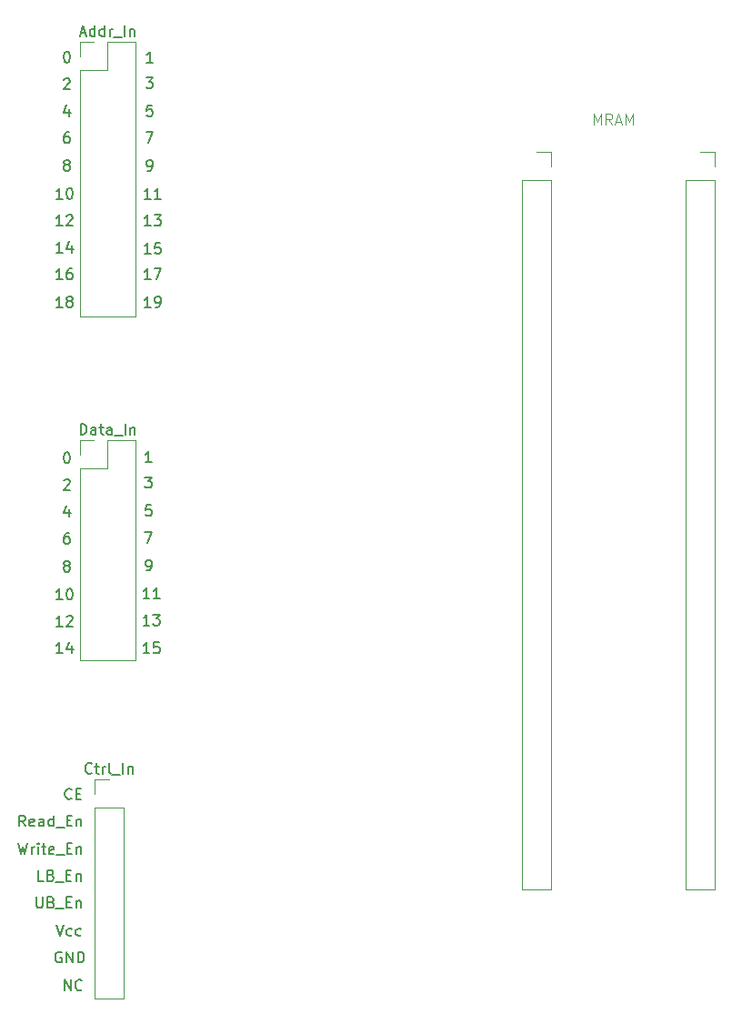
<source format=gbr>
%TF.GenerationSoftware,KiCad,Pcbnew,8.0.4*%
%TF.CreationDate,2024-09-23T22:15:34+08:00*%
%TF.ProjectId,Passive PCB,50617373-6976-4652-9050-43422e6b6963,rev?*%
%TF.SameCoordinates,Original*%
%TF.FileFunction,Legend,Top*%
%TF.FilePolarity,Positive*%
%FSLAX46Y46*%
G04 Gerber Fmt 4.6, Leading zero omitted, Abs format (unit mm)*
G04 Created by KiCad (PCBNEW 8.0.4) date 2024-09-23 22:15:34*
%MOMM*%
%LPD*%
G01*
G04 APERTURE LIST*
%ADD10C,0.150000*%
%ADD11C,0.100000*%
%ADD12C,0.120000*%
G04 APERTURE END LIST*
D10*
X129084398Y-67969819D02*
X129274874Y-67969819D01*
X129274874Y-67969819D02*
X129370112Y-67922200D01*
X129370112Y-67922200D02*
X129417731Y-67874580D01*
X129417731Y-67874580D02*
X129512969Y-67731723D01*
X129512969Y-67731723D02*
X129560588Y-67541247D01*
X129560588Y-67541247D02*
X129560588Y-67160295D01*
X129560588Y-67160295D02*
X129512969Y-67065057D01*
X129512969Y-67065057D02*
X129465350Y-67017438D01*
X129465350Y-67017438D02*
X129370112Y-66969819D01*
X129370112Y-66969819D02*
X129179636Y-66969819D01*
X129179636Y-66969819D02*
X129084398Y-67017438D01*
X129084398Y-67017438D02*
X129036779Y-67065057D01*
X129036779Y-67065057D02*
X128989160Y-67160295D01*
X128989160Y-67160295D02*
X128989160Y-67398390D01*
X128989160Y-67398390D02*
X129036779Y-67493628D01*
X129036779Y-67493628D02*
X129084398Y-67541247D01*
X129084398Y-67541247D02*
X129179636Y-67588866D01*
X129179636Y-67588866D02*
X129370112Y-67588866D01*
X129370112Y-67588866D02*
X129465350Y-67541247D01*
X129465350Y-67541247D02*
X129512969Y-67493628D01*
X129512969Y-67493628D02*
X129560588Y-67398390D01*
X129360588Y-75669819D02*
X128789160Y-75669819D01*
X129074874Y-75669819D02*
X129074874Y-74669819D01*
X129074874Y-74669819D02*
X128979636Y-74812676D01*
X128979636Y-74812676D02*
X128884398Y-74907914D01*
X128884398Y-74907914D02*
X128789160Y-74955533D01*
X130265350Y-74669819D02*
X129789160Y-74669819D01*
X129789160Y-74669819D02*
X129741541Y-75146009D01*
X129741541Y-75146009D02*
X129789160Y-75098390D01*
X129789160Y-75098390D02*
X129884398Y-75050771D01*
X129884398Y-75050771D02*
X130122493Y-75050771D01*
X130122493Y-75050771D02*
X130217731Y-75098390D01*
X130217731Y-75098390D02*
X130265350Y-75146009D01*
X130265350Y-75146009D02*
X130312969Y-75241247D01*
X130312969Y-75241247D02*
X130312969Y-75479342D01*
X130312969Y-75479342D02*
X130265350Y-75574580D01*
X130265350Y-75574580D02*
X130217731Y-75622200D01*
X130217731Y-75622200D02*
X130122493Y-75669819D01*
X130122493Y-75669819D02*
X129884398Y-75669819D01*
X129884398Y-75669819D02*
X129789160Y-75622200D01*
X129789160Y-75622200D02*
X129741541Y-75574580D01*
X121765350Y-99503152D02*
X121765350Y-100169819D01*
X121527255Y-99122200D02*
X121289160Y-99836485D01*
X121289160Y-99836485D02*
X121908207Y-99836485D01*
X129260588Y-110269819D02*
X128689160Y-110269819D01*
X128974874Y-110269819D02*
X128974874Y-109269819D01*
X128974874Y-109269819D02*
X128879636Y-109412676D01*
X128879636Y-109412676D02*
X128784398Y-109507914D01*
X128784398Y-109507914D02*
X128689160Y-109555533D01*
X129593922Y-109269819D02*
X130212969Y-109269819D01*
X130212969Y-109269819D02*
X129879636Y-109650771D01*
X129879636Y-109650771D02*
X130022493Y-109650771D01*
X130022493Y-109650771D02*
X130117731Y-109698390D01*
X130117731Y-109698390D02*
X130165350Y-109746009D01*
X130165350Y-109746009D02*
X130212969Y-109841247D01*
X130212969Y-109841247D02*
X130212969Y-110079342D01*
X130212969Y-110079342D02*
X130165350Y-110174580D01*
X130165350Y-110174580D02*
X130117731Y-110222200D01*
X130117731Y-110222200D02*
X130022493Y-110269819D01*
X130022493Y-110269819D02*
X129736779Y-110269819D01*
X129736779Y-110269819D02*
X129641541Y-110222200D01*
X129641541Y-110222200D02*
X129593922Y-110174580D01*
X128841541Y-101569819D02*
X129508207Y-101569819D01*
X129508207Y-101569819D02*
X129079636Y-102569819D01*
X129360588Y-73069819D02*
X128789160Y-73069819D01*
X129074874Y-73069819D02*
X129074874Y-72069819D01*
X129074874Y-72069819D02*
X128979636Y-72212676D01*
X128979636Y-72212676D02*
X128884398Y-72307914D01*
X128884398Y-72307914D02*
X128789160Y-72355533D01*
X129693922Y-72069819D02*
X130312969Y-72069819D01*
X130312969Y-72069819D02*
X129979636Y-72450771D01*
X129979636Y-72450771D02*
X130122493Y-72450771D01*
X130122493Y-72450771D02*
X130217731Y-72498390D01*
X130217731Y-72498390D02*
X130265350Y-72546009D01*
X130265350Y-72546009D02*
X130312969Y-72641247D01*
X130312969Y-72641247D02*
X130312969Y-72879342D01*
X130312969Y-72879342D02*
X130265350Y-72974580D01*
X130265350Y-72974580D02*
X130217731Y-73022200D01*
X130217731Y-73022200D02*
X130122493Y-73069819D01*
X130122493Y-73069819D02*
X129836779Y-73069819D01*
X129836779Y-73069819D02*
X129741541Y-73022200D01*
X129741541Y-73022200D02*
X129693922Y-72974580D01*
X121160588Y-73069819D02*
X120589160Y-73069819D01*
X120874874Y-73069819D02*
X120874874Y-72069819D01*
X120874874Y-72069819D02*
X120779636Y-72212676D01*
X120779636Y-72212676D02*
X120684398Y-72307914D01*
X120684398Y-72307914D02*
X120589160Y-72355533D01*
X121541541Y-72165057D02*
X121589160Y-72117438D01*
X121589160Y-72117438D02*
X121684398Y-72069819D01*
X121684398Y-72069819D02*
X121922493Y-72069819D01*
X121922493Y-72069819D02*
X122017731Y-72117438D01*
X122017731Y-72117438D02*
X122065350Y-72165057D01*
X122065350Y-72165057D02*
X122112969Y-72260295D01*
X122112969Y-72260295D02*
X122112969Y-72355533D01*
X122112969Y-72355533D02*
X122065350Y-72498390D01*
X122065350Y-72498390D02*
X121493922Y-73069819D01*
X121493922Y-73069819D02*
X122112969Y-73069819D01*
X121765350Y-62203152D02*
X121765350Y-62869819D01*
X121527255Y-61822200D02*
X121289160Y-62536485D01*
X121289160Y-62536485D02*
X121908207Y-62536485D01*
X121160588Y-78069819D02*
X120589160Y-78069819D01*
X120874874Y-78069819D02*
X120874874Y-77069819D01*
X120874874Y-77069819D02*
X120779636Y-77212676D01*
X120779636Y-77212676D02*
X120684398Y-77307914D01*
X120684398Y-77307914D02*
X120589160Y-77355533D01*
X122017731Y-77069819D02*
X121827255Y-77069819D01*
X121827255Y-77069819D02*
X121732017Y-77117438D01*
X121732017Y-77117438D02*
X121684398Y-77165057D01*
X121684398Y-77165057D02*
X121589160Y-77307914D01*
X121589160Y-77307914D02*
X121541541Y-77498390D01*
X121541541Y-77498390D02*
X121541541Y-77879342D01*
X121541541Y-77879342D02*
X121589160Y-77974580D01*
X121589160Y-77974580D02*
X121636779Y-78022200D01*
X121636779Y-78022200D02*
X121732017Y-78069819D01*
X121732017Y-78069819D02*
X121922493Y-78069819D01*
X121922493Y-78069819D02*
X122017731Y-78022200D01*
X122017731Y-78022200D02*
X122065350Y-77974580D01*
X122065350Y-77974580D02*
X122112969Y-77879342D01*
X122112969Y-77879342D02*
X122112969Y-77641247D01*
X122112969Y-77641247D02*
X122065350Y-77546009D01*
X122065350Y-77546009D02*
X122017731Y-77498390D01*
X122017731Y-77498390D02*
X121922493Y-77450771D01*
X121922493Y-77450771D02*
X121732017Y-77450771D01*
X121732017Y-77450771D02*
X121636779Y-77498390D01*
X121636779Y-77498390D02*
X121589160Y-77546009D01*
X121589160Y-77546009D02*
X121541541Y-77641247D01*
X129560588Y-57869819D02*
X128989160Y-57869819D01*
X129274874Y-57869819D02*
X129274874Y-56869819D01*
X129274874Y-56869819D02*
X129179636Y-57012676D01*
X129179636Y-57012676D02*
X129084398Y-57107914D01*
X129084398Y-57107914D02*
X128989160Y-57155533D01*
X129260588Y-112869819D02*
X128689160Y-112869819D01*
X128974874Y-112869819D02*
X128974874Y-111869819D01*
X128974874Y-111869819D02*
X128879636Y-112012676D01*
X128879636Y-112012676D02*
X128784398Y-112107914D01*
X128784398Y-112107914D02*
X128689160Y-112155533D01*
X130165350Y-111869819D02*
X129689160Y-111869819D01*
X129689160Y-111869819D02*
X129641541Y-112346009D01*
X129641541Y-112346009D02*
X129689160Y-112298390D01*
X129689160Y-112298390D02*
X129784398Y-112250771D01*
X129784398Y-112250771D02*
X130022493Y-112250771D01*
X130022493Y-112250771D02*
X130117731Y-112298390D01*
X130117731Y-112298390D02*
X130165350Y-112346009D01*
X130165350Y-112346009D02*
X130212969Y-112441247D01*
X130212969Y-112441247D02*
X130212969Y-112679342D01*
X130212969Y-112679342D02*
X130165350Y-112774580D01*
X130165350Y-112774580D02*
X130117731Y-112822200D01*
X130117731Y-112822200D02*
X130022493Y-112869819D01*
X130022493Y-112869819D02*
X129784398Y-112869819D01*
X129784398Y-112869819D02*
X129689160Y-112822200D01*
X129689160Y-112822200D02*
X129641541Y-112774580D01*
X121336779Y-144269819D02*
X121336779Y-143269819D01*
X121336779Y-143269819D02*
X121908207Y-144269819D01*
X121908207Y-144269819D02*
X121908207Y-143269819D01*
X122955826Y-144174580D02*
X122908207Y-144222200D01*
X122908207Y-144222200D02*
X122765350Y-144269819D01*
X122765350Y-144269819D02*
X122670112Y-144269819D01*
X122670112Y-144269819D02*
X122527255Y-144222200D01*
X122527255Y-144222200D02*
X122432017Y-144126961D01*
X122432017Y-144126961D02*
X122384398Y-144031723D01*
X122384398Y-144031723D02*
X122336779Y-143841247D01*
X122336779Y-143841247D02*
X122336779Y-143698390D01*
X122336779Y-143698390D02*
X122384398Y-143507914D01*
X122384398Y-143507914D02*
X122432017Y-143412676D01*
X122432017Y-143412676D02*
X122527255Y-143317438D01*
X122527255Y-143317438D02*
X122670112Y-143269819D01*
X122670112Y-143269819D02*
X122765350Y-143269819D01*
X122765350Y-143269819D02*
X122908207Y-143317438D01*
X122908207Y-143317438D02*
X122955826Y-143365057D01*
X128841541Y-96469819D02*
X129460588Y-96469819D01*
X129460588Y-96469819D02*
X129127255Y-96850771D01*
X129127255Y-96850771D02*
X129270112Y-96850771D01*
X129270112Y-96850771D02*
X129365350Y-96898390D01*
X129365350Y-96898390D02*
X129412969Y-96946009D01*
X129412969Y-96946009D02*
X129460588Y-97041247D01*
X129460588Y-97041247D02*
X129460588Y-97279342D01*
X129460588Y-97279342D02*
X129412969Y-97374580D01*
X129412969Y-97374580D02*
X129365350Y-97422200D01*
X129365350Y-97422200D02*
X129270112Y-97469819D01*
X129270112Y-97469819D02*
X128984398Y-97469819D01*
X128984398Y-97469819D02*
X128889160Y-97422200D01*
X128889160Y-97422200D02*
X128841541Y-97374580D01*
X120593922Y-138169819D02*
X120927255Y-139169819D01*
X120927255Y-139169819D02*
X121260588Y-138169819D01*
X122022493Y-139122200D02*
X121927255Y-139169819D01*
X121927255Y-139169819D02*
X121736779Y-139169819D01*
X121736779Y-139169819D02*
X121641541Y-139122200D01*
X121641541Y-139122200D02*
X121593922Y-139074580D01*
X121593922Y-139074580D02*
X121546303Y-138979342D01*
X121546303Y-138979342D02*
X121546303Y-138693628D01*
X121546303Y-138693628D02*
X121593922Y-138598390D01*
X121593922Y-138598390D02*
X121641541Y-138550771D01*
X121641541Y-138550771D02*
X121736779Y-138503152D01*
X121736779Y-138503152D02*
X121927255Y-138503152D01*
X121927255Y-138503152D02*
X122022493Y-138550771D01*
X122879636Y-139122200D02*
X122784398Y-139169819D01*
X122784398Y-139169819D02*
X122593922Y-139169819D01*
X122593922Y-139169819D02*
X122498684Y-139122200D01*
X122498684Y-139122200D02*
X122451065Y-139074580D01*
X122451065Y-139074580D02*
X122403446Y-138979342D01*
X122403446Y-138979342D02*
X122403446Y-138693628D01*
X122403446Y-138693628D02*
X122451065Y-138598390D01*
X122451065Y-138598390D02*
X122498684Y-138550771D01*
X122498684Y-138550771D02*
X122593922Y-138503152D01*
X122593922Y-138503152D02*
X122784398Y-138503152D01*
X122784398Y-138503152D02*
X122879636Y-138550771D01*
X121160588Y-107869819D02*
X120589160Y-107869819D01*
X120874874Y-107869819D02*
X120874874Y-106869819D01*
X120874874Y-106869819D02*
X120779636Y-107012676D01*
X120779636Y-107012676D02*
X120684398Y-107107914D01*
X120684398Y-107107914D02*
X120589160Y-107155533D01*
X121779636Y-106869819D02*
X121874874Y-106869819D01*
X121874874Y-106869819D02*
X121970112Y-106917438D01*
X121970112Y-106917438D02*
X122017731Y-106965057D01*
X122017731Y-106965057D02*
X122065350Y-107060295D01*
X122065350Y-107060295D02*
X122112969Y-107250771D01*
X122112969Y-107250771D02*
X122112969Y-107488866D01*
X122112969Y-107488866D02*
X122065350Y-107679342D01*
X122065350Y-107679342D02*
X122017731Y-107774580D01*
X122017731Y-107774580D02*
X121970112Y-107822200D01*
X121970112Y-107822200D02*
X121874874Y-107869819D01*
X121874874Y-107869819D02*
X121779636Y-107869819D01*
X121779636Y-107869819D02*
X121684398Y-107822200D01*
X121684398Y-107822200D02*
X121636779Y-107774580D01*
X121636779Y-107774580D02*
X121589160Y-107679342D01*
X121589160Y-107679342D02*
X121541541Y-107488866D01*
X121541541Y-107488866D02*
X121541541Y-107250771D01*
X121541541Y-107250771D02*
X121589160Y-107060295D01*
X121589160Y-107060295D02*
X121636779Y-106965057D01*
X121636779Y-106965057D02*
X121684398Y-106917438D01*
X121684398Y-106917438D02*
X121779636Y-106869819D01*
X121527255Y-94169819D02*
X121622493Y-94169819D01*
X121622493Y-94169819D02*
X121717731Y-94217438D01*
X121717731Y-94217438D02*
X121765350Y-94265057D01*
X121765350Y-94265057D02*
X121812969Y-94360295D01*
X121812969Y-94360295D02*
X121860588Y-94550771D01*
X121860588Y-94550771D02*
X121860588Y-94788866D01*
X121860588Y-94788866D02*
X121812969Y-94979342D01*
X121812969Y-94979342D02*
X121765350Y-95074580D01*
X121765350Y-95074580D02*
X121717731Y-95122200D01*
X121717731Y-95122200D02*
X121622493Y-95169819D01*
X121622493Y-95169819D02*
X121527255Y-95169819D01*
X121527255Y-95169819D02*
X121432017Y-95122200D01*
X121432017Y-95122200D02*
X121384398Y-95074580D01*
X121384398Y-95074580D02*
X121336779Y-94979342D01*
X121336779Y-94979342D02*
X121289160Y-94788866D01*
X121289160Y-94788866D02*
X121289160Y-94550771D01*
X121289160Y-94550771D02*
X121336779Y-94360295D01*
X121336779Y-94360295D02*
X121384398Y-94265057D01*
X121384398Y-94265057D02*
X121432017Y-94217438D01*
X121432017Y-94217438D02*
X121527255Y-94169819D01*
X129360588Y-78069819D02*
X128789160Y-78069819D01*
X129074874Y-78069819D02*
X129074874Y-77069819D01*
X129074874Y-77069819D02*
X128979636Y-77212676D01*
X128979636Y-77212676D02*
X128884398Y-77307914D01*
X128884398Y-77307914D02*
X128789160Y-77355533D01*
X129693922Y-77069819D02*
X130360588Y-77069819D01*
X130360588Y-77069819D02*
X129932017Y-78069819D01*
X117708207Y-128969819D02*
X117374874Y-128493628D01*
X117136779Y-128969819D02*
X117136779Y-127969819D01*
X117136779Y-127969819D02*
X117517731Y-127969819D01*
X117517731Y-127969819D02*
X117612969Y-128017438D01*
X117612969Y-128017438D02*
X117660588Y-128065057D01*
X117660588Y-128065057D02*
X117708207Y-128160295D01*
X117708207Y-128160295D02*
X117708207Y-128303152D01*
X117708207Y-128303152D02*
X117660588Y-128398390D01*
X117660588Y-128398390D02*
X117612969Y-128446009D01*
X117612969Y-128446009D02*
X117517731Y-128493628D01*
X117517731Y-128493628D02*
X117136779Y-128493628D01*
X118517731Y-128922200D02*
X118422493Y-128969819D01*
X118422493Y-128969819D02*
X118232017Y-128969819D01*
X118232017Y-128969819D02*
X118136779Y-128922200D01*
X118136779Y-128922200D02*
X118089160Y-128826961D01*
X118089160Y-128826961D02*
X118089160Y-128446009D01*
X118089160Y-128446009D02*
X118136779Y-128350771D01*
X118136779Y-128350771D02*
X118232017Y-128303152D01*
X118232017Y-128303152D02*
X118422493Y-128303152D01*
X118422493Y-128303152D02*
X118517731Y-128350771D01*
X118517731Y-128350771D02*
X118565350Y-128446009D01*
X118565350Y-128446009D02*
X118565350Y-128541247D01*
X118565350Y-128541247D02*
X118089160Y-128636485D01*
X119422493Y-128969819D02*
X119422493Y-128446009D01*
X119422493Y-128446009D02*
X119374874Y-128350771D01*
X119374874Y-128350771D02*
X119279636Y-128303152D01*
X119279636Y-128303152D02*
X119089160Y-128303152D01*
X119089160Y-128303152D02*
X118993922Y-128350771D01*
X119422493Y-128922200D02*
X119327255Y-128969819D01*
X119327255Y-128969819D02*
X119089160Y-128969819D01*
X119089160Y-128969819D02*
X118993922Y-128922200D01*
X118993922Y-128922200D02*
X118946303Y-128826961D01*
X118946303Y-128826961D02*
X118946303Y-128731723D01*
X118946303Y-128731723D02*
X118993922Y-128636485D01*
X118993922Y-128636485D02*
X119089160Y-128588866D01*
X119089160Y-128588866D02*
X119327255Y-128588866D01*
X119327255Y-128588866D02*
X119422493Y-128541247D01*
X120327255Y-128969819D02*
X120327255Y-127969819D01*
X120327255Y-128922200D02*
X120232017Y-128969819D01*
X120232017Y-128969819D02*
X120041541Y-128969819D01*
X120041541Y-128969819D02*
X119946303Y-128922200D01*
X119946303Y-128922200D02*
X119898684Y-128874580D01*
X119898684Y-128874580D02*
X119851065Y-128779342D01*
X119851065Y-128779342D02*
X119851065Y-128493628D01*
X119851065Y-128493628D02*
X119898684Y-128398390D01*
X119898684Y-128398390D02*
X119946303Y-128350771D01*
X119946303Y-128350771D02*
X120041541Y-128303152D01*
X120041541Y-128303152D02*
X120232017Y-128303152D01*
X120232017Y-128303152D02*
X120327255Y-128350771D01*
X120565351Y-129065057D02*
X121327255Y-129065057D01*
X121565351Y-128446009D02*
X121898684Y-128446009D01*
X122041541Y-128969819D02*
X121565351Y-128969819D01*
X121565351Y-128969819D02*
X121565351Y-127969819D01*
X121565351Y-127969819D02*
X122041541Y-127969819D01*
X122470113Y-128303152D02*
X122470113Y-128969819D01*
X122470113Y-128398390D02*
X122517732Y-128350771D01*
X122517732Y-128350771D02*
X122612970Y-128303152D01*
X122612970Y-128303152D02*
X122755827Y-128303152D01*
X122755827Y-128303152D02*
X122851065Y-128350771D01*
X122851065Y-128350771D02*
X122898684Y-128446009D01*
X122898684Y-128446009D02*
X122898684Y-128969819D01*
X129360588Y-70569819D02*
X128789160Y-70569819D01*
X129074874Y-70569819D02*
X129074874Y-69569819D01*
X129074874Y-69569819D02*
X128979636Y-69712676D01*
X128979636Y-69712676D02*
X128884398Y-69807914D01*
X128884398Y-69807914D02*
X128789160Y-69855533D01*
X130312969Y-70569819D02*
X129741541Y-70569819D01*
X130027255Y-70569819D02*
X130027255Y-69569819D01*
X130027255Y-69569819D02*
X129932017Y-69712676D01*
X129932017Y-69712676D02*
X129836779Y-69807914D01*
X129836779Y-69807914D02*
X129741541Y-69855533D01*
X121060588Y-140717438D02*
X120965350Y-140669819D01*
X120965350Y-140669819D02*
X120822493Y-140669819D01*
X120822493Y-140669819D02*
X120679636Y-140717438D01*
X120679636Y-140717438D02*
X120584398Y-140812676D01*
X120584398Y-140812676D02*
X120536779Y-140907914D01*
X120536779Y-140907914D02*
X120489160Y-141098390D01*
X120489160Y-141098390D02*
X120489160Y-141241247D01*
X120489160Y-141241247D02*
X120536779Y-141431723D01*
X120536779Y-141431723D02*
X120584398Y-141526961D01*
X120584398Y-141526961D02*
X120679636Y-141622200D01*
X120679636Y-141622200D02*
X120822493Y-141669819D01*
X120822493Y-141669819D02*
X120917731Y-141669819D01*
X120917731Y-141669819D02*
X121060588Y-141622200D01*
X121060588Y-141622200D02*
X121108207Y-141574580D01*
X121108207Y-141574580D02*
X121108207Y-141241247D01*
X121108207Y-141241247D02*
X120917731Y-141241247D01*
X121536779Y-141669819D02*
X121536779Y-140669819D01*
X121536779Y-140669819D02*
X122108207Y-141669819D01*
X122108207Y-141669819D02*
X122108207Y-140669819D01*
X122584398Y-141669819D02*
X122584398Y-140669819D01*
X122584398Y-140669819D02*
X122822493Y-140669819D01*
X122822493Y-140669819D02*
X122965350Y-140717438D01*
X122965350Y-140717438D02*
X123060588Y-140812676D01*
X123060588Y-140812676D02*
X123108207Y-140907914D01*
X123108207Y-140907914D02*
X123155826Y-141098390D01*
X123155826Y-141098390D02*
X123155826Y-141241247D01*
X123155826Y-141241247D02*
X123108207Y-141431723D01*
X123108207Y-141431723D02*
X123060588Y-141526961D01*
X123060588Y-141526961D02*
X122965350Y-141622200D01*
X122965350Y-141622200D02*
X122822493Y-141669819D01*
X122822493Y-141669819D02*
X122584398Y-141669819D01*
X121160588Y-112869819D02*
X120589160Y-112869819D01*
X120874874Y-112869819D02*
X120874874Y-111869819D01*
X120874874Y-111869819D02*
X120779636Y-112012676D01*
X120779636Y-112012676D02*
X120684398Y-112107914D01*
X120684398Y-112107914D02*
X120589160Y-112155533D01*
X122017731Y-112203152D02*
X122017731Y-112869819D01*
X121779636Y-111822200D02*
X121541541Y-112536485D01*
X121541541Y-112536485D02*
X122160588Y-112536485D01*
X119412969Y-134069819D02*
X118936779Y-134069819D01*
X118936779Y-134069819D02*
X118936779Y-133069819D01*
X120079636Y-133546009D02*
X120222493Y-133593628D01*
X120222493Y-133593628D02*
X120270112Y-133641247D01*
X120270112Y-133641247D02*
X120317731Y-133736485D01*
X120317731Y-133736485D02*
X120317731Y-133879342D01*
X120317731Y-133879342D02*
X120270112Y-133974580D01*
X120270112Y-133974580D02*
X120222493Y-134022200D01*
X120222493Y-134022200D02*
X120127255Y-134069819D01*
X120127255Y-134069819D02*
X119746303Y-134069819D01*
X119746303Y-134069819D02*
X119746303Y-133069819D01*
X119746303Y-133069819D02*
X120079636Y-133069819D01*
X120079636Y-133069819D02*
X120174874Y-133117438D01*
X120174874Y-133117438D02*
X120222493Y-133165057D01*
X120222493Y-133165057D02*
X120270112Y-133260295D01*
X120270112Y-133260295D02*
X120270112Y-133355533D01*
X120270112Y-133355533D02*
X120222493Y-133450771D01*
X120222493Y-133450771D02*
X120174874Y-133498390D01*
X120174874Y-133498390D02*
X120079636Y-133546009D01*
X120079636Y-133546009D02*
X119746303Y-133546009D01*
X120508208Y-134165057D02*
X121270112Y-134165057D01*
X121508208Y-133546009D02*
X121841541Y-133546009D01*
X121984398Y-134069819D02*
X121508208Y-134069819D01*
X121508208Y-134069819D02*
X121508208Y-133069819D01*
X121508208Y-133069819D02*
X121984398Y-133069819D01*
X122412970Y-133403152D02*
X122412970Y-134069819D01*
X122412970Y-133498390D02*
X122460589Y-133450771D01*
X122460589Y-133450771D02*
X122555827Y-133403152D01*
X122555827Y-133403152D02*
X122698684Y-133403152D01*
X122698684Y-133403152D02*
X122793922Y-133450771D01*
X122793922Y-133450771D02*
X122841541Y-133546009D01*
X122841541Y-133546009D02*
X122841541Y-134069819D01*
X129260588Y-107769819D02*
X128689160Y-107769819D01*
X128974874Y-107769819D02*
X128974874Y-106769819D01*
X128974874Y-106769819D02*
X128879636Y-106912676D01*
X128879636Y-106912676D02*
X128784398Y-107007914D01*
X128784398Y-107007914D02*
X128689160Y-107055533D01*
X130212969Y-107769819D02*
X129641541Y-107769819D01*
X129927255Y-107769819D02*
X129927255Y-106769819D01*
X129927255Y-106769819D02*
X129832017Y-106912676D01*
X129832017Y-106912676D02*
X129736779Y-107007914D01*
X129736779Y-107007914D02*
X129641541Y-107055533D01*
X121765350Y-64369819D02*
X121574874Y-64369819D01*
X121574874Y-64369819D02*
X121479636Y-64417438D01*
X121479636Y-64417438D02*
X121432017Y-64465057D01*
X121432017Y-64465057D02*
X121336779Y-64607914D01*
X121336779Y-64607914D02*
X121289160Y-64798390D01*
X121289160Y-64798390D02*
X121289160Y-65179342D01*
X121289160Y-65179342D02*
X121336779Y-65274580D01*
X121336779Y-65274580D02*
X121384398Y-65322200D01*
X121384398Y-65322200D02*
X121479636Y-65369819D01*
X121479636Y-65369819D02*
X121670112Y-65369819D01*
X121670112Y-65369819D02*
X121765350Y-65322200D01*
X121765350Y-65322200D02*
X121812969Y-65274580D01*
X121812969Y-65274580D02*
X121860588Y-65179342D01*
X121860588Y-65179342D02*
X121860588Y-64941247D01*
X121860588Y-64941247D02*
X121812969Y-64846009D01*
X121812969Y-64846009D02*
X121765350Y-64798390D01*
X121765350Y-64798390D02*
X121670112Y-64750771D01*
X121670112Y-64750771D02*
X121479636Y-64750771D01*
X121479636Y-64750771D02*
X121384398Y-64798390D01*
X121384398Y-64798390D02*
X121336779Y-64846009D01*
X121336779Y-64846009D02*
X121289160Y-64941247D01*
X121160588Y-110369819D02*
X120589160Y-110369819D01*
X120874874Y-110369819D02*
X120874874Y-109369819D01*
X120874874Y-109369819D02*
X120779636Y-109512676D01*
X120779636Y-109512676D02*
X120684398Y-109607914D01*
X120684398Y-109607914D02*
X120589160Y-109655533D01*
X121541541Y-109465057D02*
X121589160Y-109417438D01*
X121589160Y-109417438D02*
X121684398Y-109369819D01*
X121684398Y-109369819D02*
X121922493Y-109369819D01*
X121922493Y-109369819D02*
X122017731Y-109417438D01*
X122017731Y-109417438D02*
X122065350Y-109465057D01*
X122065350Y-109465057D02*
X122112969Y-109560295D01*
X122112969Y-109560295D02*
X122112969Y-109655533D01*
X122112969Y-109655533D02*
X122065350Y-109798390D01*
X122065350Y-109798390D02*
X121493922Y-110369819D01*
X121493922Y-110369819D02*
X122112969Y-110369819D01*
X121479636Y-67398390D02*
X121384398Y-67350771D01*
X121384398Y-67350771D02*
X121336779Y-67303152D01*
X121336779Y-67303152D02*
X121289160Y-67207914D01*
X121289160Y-67207914D02*
X121289160Y-67160295D01*
X121289160Y-67160295D02*
X121336779Y-67065057D01*
X121336779Y-67065057D02*
X121384398Y-67017438D01*
X121384398Y-67017438D02*
X121479636Y-66969819D01*
X121479636Y-66969819D02*
X121670112Y-66969819D01*
X121670112Y-66969819D02*
X121765350Y-67017438D01*
X121765350Y-67017438D02*
X121812969Y-67065057D01*
X121812969Y-67065057D02*
X121860588Y-67160295D01*
X121860588Y-67160295D02*
X121860588Y-67207914D01*
X121860588Y-67207914D02*
X121812969Y-67303152D01*
X121812969Y-67303152D02*
X121765350Y-67350771D01*
X121765350Y-67350771D02*
X121670112Y-67398390D01*
X121670112Y-67398390D02*
X121479636Y-67398390D01*
X121479636Y-67398390D02*
X121384398Y-67446009D01*
X121384398Y-67446009D02*
X121336779Y-67493628D01*
X121336779Y-67493628D02*
X121289160Y-67588866D01*
X121289160Y-67588866D02*
X121289160Y-67779342D01*
X121289160Y-67779342D02*
X121336779Y-67874580D01*
X121336779Y-67874580D02*
X121384398Y-67922200D01*
X121384398Y-67922200D02*
X121479636Y-67969819D01*
X121479636Y-67969819D02*
X121670112Y-67969819D01*
X121670112Y-67969819D02*
X121765350Y-67922200D01*
X121765350Y-67922200D02*
X121812969Y-67874580D01*
X121812969Y-67874580D02*
X121860588Y-67779342D01*
X121860588Y-67779342D02*
X121860588Y-67588866D01*
X121860588Y-67588866D02*
X121812969Y-67493628D01*
X121812969Y-67493628D02*
X121765350Y-67446009D01*
X121765350Y-67446009D02*
X121670112Y-67398390D01*
X118736779Y-135569819D02*
X118736779Y-136379342D01*
X118736779Y-136379342D02*
X118784398Y-136474580D01*
X118784398Y-136474580D02*
X118832017Y-136522200D01*
X118832017Y-136522200D02*
X118927255Y-136569819D01*
X118927255Y-136569819D02*
X119117731Y-136569819D01*
X119117731Y-136569819D02*
X119212969Y-136522200D01*
X119212969Y-136522200D02*
X119260588Y-136474580D01*
X119260588Y-136474580D02*
X119308207Y-136379342D01*
X119308207Y-136379342D02*
X119308207Y-135569819D01*
X120117731Y-136046009D02*
X120260588Y-136093628D01*
X120260588Y-136093628D02*
X120308207Y-136141247D01*
X120308207Y-136141247D02*
X120355826Y-136236485D01*
X120355826Y-136236485D02*
X120355826Y-136379342D01*
X120355826Y-136379342D02*
X120308207Y-136474580D01*
X120308207Y-136474580D02*
X120260588Y-136522200D01*
X120260588Y-136522200D02*
X120165350Y-136569819D01*
X120165350Y-136569819D02*
X119784398Y-136569819D01*
X119784398Y-136569819D02*
X119784398Y-135569819D01*
X119784398Y-135569819D02*
X120117731Y-135569819D01*
X120117731Y-135569819D02*
X120212969Y-135617438D01*
X120212969Y-135617438D02*
X120260588Y-135665057D01*
X120260588Y-135665057D02*
X120308207Y-135760295D01*
X120308207Y-135760295D02*
X120308207Y-135855533D01*
X120308207Y-135855533D02*
X120260588Y-135950771D01*
X120260588Y-135950771D02*
X120212969Y-135998390D01*
X120212969Y-135998390D02*
X120117731Y-136046009D01*
X120117731Y-136046009D02*
X119784398Y-136046009D01*
X120546303Y-136665057D02*
X121308207Y-136665057D01*
X121546303Y-136046009D02*
X121879636Y-136046009D01*
X122022493Y-136569819D02*
X121546303Y-136569819D01*
X121546303Y-136569819D02*
X121546303Y-135569819D01*
X121546303Y-135569819D02*
X122022493Y-135569819D01*
X122451065Y-135903152D02*
X122451065Y-136569819D01*
X122451065Y-135998390D02*
X122498684Y-135950771D01*
X122498684Y-135950771D02*
X122593922Y-135903152D01*
X122593922Y-135903152D02*
X122736779Y-135903152D01*
X122736779Y-135903152D02*
X122832017Y-135950771D01*
X122832017Y-135950771D02*
X122879636Y-136046009D01*
X122879636Y-136046009D02*
X122879636Y-136569819D01*
X121289160Y-96765057D02*
X121336779Y-96717438D01*
X121336779Y-96717438D02*
X121432017Y-96669819D01*
X121432017Y-96669819D02*
X121670112Y-96669819D01*
X121670112Y-96669819D02*
X121765350Y-96717438D01*
X121765350Y-96717438D02*
X121812969Y-96765057D01*
X121812969Y-96765057D02*
X121860588Y-96860295D01*
X121860588Y-96860295D02*
X121860588Y-96955533D01*
X121860588Y-96955533D02*
X121812969Y-97098390D01*
X121812969Y-97098390D02*
X121241541Y-97669819D01*
X121241541Y-97669819D02*
X121860588Y-97669819D01*
X128984398Y-105169819D02*
X129174874Y-105169819D01*
X129174874Y-105169819D02*
X129270112Y-105122200D01*
X129270112Y-105122200D02*
X129317731Y-105074580D01*
X129317731Y-105074580D02*
X129412969Y-104931723D01*
X129412969Y-104931723D02*
X129460588Y-104741247D01*
X129460588Y-104741247D02*
X129460588Y-104360295D01*
X129460588Y-104360295D02*
X129412969Y-104265057D01*
X129412969Y-104265057D02*
X129365350Y-104217438D01*
X129365350Y-104217438D02*
X129270112Y-104169819D01*
X129270112Y-104169819D02*
X129079636Y-104169819D01*
X129079636Y-104169819D02*
X128984398Y-104217438D01*
X128984398Y-104217438D02*
X128936779Y-104265057D01*
X128936779Y-104265057D02*
X128889160Y-104360295D01*
X128889160Y-104360295D02*
X128889160Y-104598390D01*
X128889160Y-104598390D02*
X128936779Y-104693628D01*
X128936779Y-104693628D02*
X128984398Y-104741247D01*
X128984398Y-104741247D02*
X129079636Y-104788866D01*
X129079636Y-104788866D02*
X129270112Y-104788866D01*
X129270112Y-104788866D02*
X129365350Y-104741247D01*
X129365350Y-104741247D02*
X129412969Y-104693628D01*
X129412969Y-104693628D02*
X129460588Y-104598390D01*
X121160588Y-80669819D02*
X120589160Y-80669819D01*
X120874874Y-80669819D02*
X120874874Y-79669819D01*
X120874874Y-79669819D02*
X120779636Y-79812676D01*
X120779636Y-79812676D02*
X120684398Y-79907914D01*
X120684398Y-79907914D02*
X120589160Y-79955533D01*
X121732017Y-80098390D02*
X121636779Y-80050771D01*
X121636779Y-80050771D02*
X121589160Y-80003152D01*
X121589160Y-80003152D02*
X121541541Y-79907914D01*
X121541541Y-79907914D02*
X121541541Y-79860295D01*
X121541541Y-79860295D02*
X121589160Y-79765057D01*
X121589160Y-79765057D02*
X121636779Y-79717438D01*
X121636779Y-79717438D02*
X121732017Y-79669819D01*
X121732017Y-79669819D02*
X121922493Y-79669819D01*
X121922493Y-79669819D02*
X122017731Y-79717438D01*
X122017731Y-79717438D02*
X122065350Y-79765057D01*
X122065350Y-79765057D02*
X122112969Y-79860295D01*
X122112969Y-79860295D02*
X122112969Y-79907914D01*
X122112969Y-79907914D02*
X122065350Y-80003152D01*
X122065350Y-80003152D02*
X122017731Y-80050771D01*
X122017731Y-80050771D02*
X121922493Y-80098390D01*
X121922493Y-80098390D02*
X121732017Y-80098390D01*
X121732017Y-80098390D02*
X121636779Y-80146009D01*
X121636779Y-80146009D02*
X121589160Y-80193628D01*
X121589160Y-80193628D02*
X121541541Y-80288866D01*
X121541541Y-80288866D02*
X121541541Y-80479342D01*
X121541541Y-80479342D02*
X121589160Y-80574580D01*
X121589160Y-80574580D02*
X121636779Y-80622200D01*
X121636779Y-80622200D02*
X121732017Y-80669819D01*
X121732017Y-80669819D02*
X121922493Y-80669819D01*
X121922493Y-80669819D02*
X122017731Y-80622200D01*
X122017731Y-80622200D02*
X122065350Y-80574580D01*
X122065350Y-80574580D02*
X122112969Y-80479342D01*
X122112969Y-80479342D02*
X122112969Y-80288866D01*
X122112969Y-80288866D02*
X122065350Y-80193628D01*
X122065350Y-80193628D02*
X122017731Y-80146009D01*
X122017731Y-80146009D02*
X121922493Y-80098390D01*
X121527255Y-56869819D02*
X121622493Y-56869819D01*
X121622493Y-56869819D02*
X121717731Y-56917438D01*
X121717731Y-56917438D02*
X121765350Y-56965057D01*
X121765350Y-56965057D02*
X121812969Y-57060295D01*
X121812969Y-57060295D02*
X121860588Y-57250771D01*
X121860588Y-57250771D02*
X121860588Y-57488866D01*
X121860588Y-57488866D02*
X121812969Y-57679342D01*
X121812969Y-57679342D02*
X121765350Y-57774580D01*
X121765350Y-57774580D02*
X121717731Y-57822200D01*
X121717731Y-57822200D02*
X121622493Y-57869819D01*
X121622493Y-57869819D02*
X121527255Y-57869819D01*
X121527255Y-57869819D02*
X121432017Y-57822200D01*
X121432017Y-57822200D02*
X121384398Y-57774580D01*
X121384398Y-57774580D02*
X121336779Y-57679342D01*
X121336779Y-57679342D02*
X121289160Y-57488866D01*
X121289160Y-57488866D02*
X121289160Y-57250771D01*
X121289160Y-57250771D02*
X121336779Y-57060295D01*
X121336779Y-57060295D02*
X121384398Y-56965057D01*
X121384398Y-56965057D02*
X121432017Y-56917438D01*
X121432017Y-56917438D02*
X121527255Y-56869819D01*
X128941541Y-59269819D02*
X129560588Y-59269819D01*
X129560588Y-59269819D02*
X129227255Y-59650771D01*
X129227255Y-59650771D02*
X129370112Y-59650771D01*
X129370112Y-59650771D02*
X129465350Y-59698390D01*
X129465350Y-59698390D02*
X129512969Y-59746009D01*
X129512969Y-59746009D02*
X129560588Y-59841247D01*
X129560588Y-59841247D02*
X129560588Y-60079342D01*
X129560588Y-60079342D02*
X129512969Y-60174580D01*
X129512969Y-60174580D02*
X129465350Y-60222200D01*
X129465350Y-60222200D02*
X129370112Y-60269819D01*
X129370112Y-60269819D02*
X129084398Y-60269819D01*
X129084398Y-60269819D02*
X128989160Y-60222200D01*
X128989160Y-60222200D02*
X128941541Y-60174580D01*
X121160588Y-70569819D02*
X120589160Y-70569819D01*
X120874874Y-70569819D02*
X120874874Y-69569819D01*
X120874874Y-69569819D02*
X120779636Y-69712676D01*
X120779636Y-69712676D02*
X120684398Y-69807914D01*
X120684398Y-69807914D02*
X120589160Y-69855533D01*
X121779636Y-69569819D02*
X121874874Y-69569819D01*
X121874874Y-69569819D02*
X121970112Y-69617438D01*
X121970112Y-69617438D02*
X122017731Y-69665057D01*
X122017731Y-69665057D02*
X122065350Y-69760295D01*
X122065350Y-69760295D02*
X122112969Y-69950771D01*
X122112969Y-69950771D02*
X122112969Y-70188866D01*
X122112969Y-70188866D02*
X122065350Y-70379342D01*
X122065350Y-70379342D02*
X122017731Y-70474580D01*
X122017731Y-70474580D02*
X121970112Y-70522200D01*
X121970112Y-70522200D02*
X121874874Y-70569819D01*
X121874874Y-70569819D02*
X121779636Y-70569819D01*
X121779636Y-70569819D02*
X121684398Y-70522200D01*
X121684398Y-70522200D02*
X121636779Y-70474580D01*
X121636779Y-70474580D02*
X121589160Y-70379342D01*
X121589160Y-70379342D02*
X121541541Y-70188866D01*
X121541541Y-70188866D02*
X121541541Y-69950771D01*
X121541541Y-69950771D02*
X121589160Y-69760295D01*
X121589160Y-69760295D02*
X121636779Y-69665057D01*
X121636779Y-69665057D02*
X121684398Y-69617438D01*
X121684398Y-69617438D02*
X121779636Y-69569819D01*
X121160588Y-75569819D02*
X120589160Y-75569819D01*
X120874874Y-75569819D02*
X120874874Y-74569819D01*
X120874874Y-74569819D02*
X120779636Y-74712676D01*
X120779636Y-74712676D02*
X120684398Y-74807914D01*
X120684398Y-74807914D02*
X120589160Y-74855533D01*
X122017731Y-74903152D02*
X122017731Y-75569819D01*
X121779636Y-74522200D02*
X121541541Y-75236485D01*
X121541541Y-75236485D02*
X122160588Y-75236485D01*
X129460588Y-95069819D02*
X128889160Y-95069819D01*
X129174874Y-95069819D02*
X129174874Y-94069819D01*
X129174874Y-94069819D02*
X129079636Y-94212676D01*
X129079636Y-94212676D02*
X128984398Y-94307914D01*
X128984398Y-94307914D02*
X128889160Y-94355533D01*
X121765350Y-101669819D02*
X121574874Y-101669819D01*
X121574874Y-101669819D02*
X121479636Y-101717438D01*
X121479636Y-101717438D02*
X121432017Y-101765057D01*
X121432017Y-101765057D02*
X121336779Y-101907914D01*
X121336779Y-101907914D02*
X121289160Y-102098390D01*
X121289160Y-102098390D02*
X121289160Y-102479342D01*
X121289160Y-102479342D02*
X121336779Y-102574580D01*
X121336779Y-102574580D02*
X121384398Y-102622200D01*
X121384398Y-102622200D02*
X121479636Y-102669819D01*
X121479636Y-102669819D02*
X121670112Y-102669819D01*
X121670112Y-102669819D02*
X121765350Y-102622200D01*
X121765350Y-102622200D02*
X121812969Y-102574580D01*
X121812969Y-102574580D02*
X121860588Y-102479342D01*
X121860588Y-102479342D02*
X121860588Y-102241247D01*
X121860588Y-102241247D02*
X121812969Y-102146009D01*
X121812969Y-102146009D02*
X121765350Y-102098390D01*
X121765350Y-102098390D02*
X121670112Y-102050771D01*
X121670112Y-102050771D02*
X121479636Y-102050771D01*
X121479636Y-102050771D02*
X121384398Y-102098390D01*
X121384398Y-102098390D02*
X121336779Y-102146009D01*
X121336779Y-102146009D02*
X121289160Y-102241247D01*
X121289160Y-59465057D02*
X121336779Y-59417438D01*
X121336779Y-59417438D02*
X121432017Y-59369819D01*
X121432017Y-59369819D02*
X121670112Y-59369819D01*
X121670112Y-59369819D02*
X121765350Y-59417438D01*
X121765350Y-59417438D02*
X121812969Y-59465057D01*
X121812969Y-59465057D02*
X121860588Y-59560295D01*
X121860588Y-59560295D02*
X121860588Y-59655533D01*
X121860588Y-59655533D02*
X121812969Y-59798390D01*
X121812969Y-59798390D02*
X121241541Y-60369819D01*
X121241541Y-60369819D02*
X121860588Y-60369819D01*
X128941541Y-64369819D02*
X129608207Y-64369819D01*
X129608207Y-64369819D02*
X129179636Y-65369819D01*
X129412969Y-99069819D02*
X128936779Y-99069819D01*
X128936779Y-99069819D02*
X128889160Y-99546009D01*
X128889160Y-99546009D02*
X128936779Y-99498390D01*
X128936779Y-99498390D02*
X129032017Y-99450771D01*
X129032017Y-99450771D02*
X129270112Y-99450771D01*
X129270112Y-99450771D02*
X129365350Y-99498390D01*
X129365350Y-99498390D02*
X129412969Y-99546009D01*
X129412969Y-99546009D02*
X129460588Y-99641247D01*
X129460588Y-99641247D02*
X129460588Y-99879342D01*
X129460588Y-99879342D02*
X129412969Y-99974580D01*
X129412969Y-99974580D02*
X129365350Y-100022200D01*
X129365350Y-100022200D02*
X129270112Y-100069819D01*
X129270112Y-100069819D02*
X129032017Y-100069819D01*
X129032017Y-100069819D02*
X128936779Y-100022200D01*
X128936779Y-100022200D02*
X128889160Y-99974580D01*
X121479636Y-104698390D02*
X121384398Y-104650771D01*
X121384398Y-104650771D02*
X121336779Y-104603152D01*
X121336779Y-104603152D02*
X121289160Y-104507914D01*
X121289160Y-104507914D02*
X121289160Y-104460295D01*
X121289160Y-104460295D02*
X121336779Y-104365057D01*
X121336779Y-104365057D02*
X121384398Y-104317438D01*
X121384398Y-104317438D02*
X121479636Y-104269819D01*
X121479636Y-104269819D02*
X121670112Y-104269819D01*
X121670112Y-104269819D02*
X121765350Y-104317438D01*
X121765350Y-104317438D02*
X121812969Y-104365057D01*
X121812969Y-104365057D02*
X121860588Y-104460295D01*
X121860588Y-104460295D02*
X121860588Y-104507914D01*
X121860588Y-104507914D02*
X121812969Y-104603152D01*
X121812969Y-104603152D02*
X121765350Y-104650771D01*
X121765350Y-104650771D02*
X121670112Y-104698390D01*
X121670112Y-104698390D02*
X121479636Y-104698390D01*
X121479636Y-104698390D02*
X121384398Y-104746009D01*
X121384398Y-104746009D02*
X121336779Y-104793628D01*
X121336779Y-104793628D02*
X121289160Y-104888866D01*
X121289160Y-104888866D02*
X121289160Y-105079342D01*
X121289160Y-105079342D02*
X121336779Y-105174580D01*
X121336779Y-105174580D02*
X121384398Y-105222200D01*
X121384398Y-105222200D02*
X121479636Y-105269819D01*
X121479636Y-105269819D02*
X121670112Y-105269819D01*
X121670112Y-105269819D02*
X121765350Y-105222200D01*
X121765350Y-105222200D02*
X121812969Y-105174580D01*
X121812969Y-105174580D02*
X121860588Y-105079342D01*
X121860588Y-105079342D02*
X121860588Y-104888866D01*
X121860588Y-104888866D02*
X121812969Y-104793628D01*
X121812969Y-104793628D02*
X121765350Y-104746009D01*
X121765350Y-104746009D02*
X121670112Y-104698390D01*
X117041541Y-130569819D02*
X117279636Y-131569819D01*
X117279636Y-131569819D02*
X117470112Y-130855533D01*
X117470112Y-130855533D02*
X117660588Y-131569819D01*
X117660588Y-131569819D02*
X117898684Y-130569819D01*
X118279636Y-131569819D02*
X118279636Y-130903152D01*
X118279636Y-131093628D02*
X118327255Y-130998390D01*
X118327255Y-130998390D02*
X118374874Y-130950771D01*
X118374874Y-130950771D02*
X118470112Y-130903152D01*
X118470112Y-130903152D02*
X118565350Y-130903152D01*
X118898684Y-131569819D02*
X118898684Y-130903152D01*
X118898684Y-130569819D02*
X118851065Y-130617438D01*
X118851065Y-130617438D02*
X118898684Y-130665057D01*
X118898684Y-130665057D02*
X118946303Y-130617438D01*
X118946303Y-130617438D02*
X118898684Y-130569819D01*
X118898684Y-130569819D02*
X118898684Y-130665057D01*
X119232017Y-130903152D02*
X119612969Y-130903152D01*
X119374874Y-130569819D02*
X119374874Y-131426961D01*
X119374874Y-131426961D02*
X119422493Y-131522200D01*
X119422493Y-131522200D02*
X119517731Y-131569819D01*
X119517731Y-131569819D02*
X119612969Y-131569819D01*
X120327255Y-131522200D02*
X120232017Y-131569819D01*
X120232017Y-131569819D02*
X120041541Y-131569819D01*
X120041541Y-131569819D02*
X119946303Y-131522200D01*
X119946303Y-131522200D02*
X119898684Y-131426961D01*
X119898684Y-131426961D02*
X119898684Y-131046009D01*
X119898684Y-131046009D02*
X119946303Y-130950771D01*
X119946303Y-130950771D02*
X120041541Y-130903152D01*
X120041541Y-130903152D02*
X120232017Y-130903152D01*
X120232017Y-130903152D02*
X120327255Y-130950771D01*
X120327255Y-130950771D02*
X120374874Y-131046009D01*
X120374874Y-131046009D02*
X120374874Y-131141247D01*
X120374874Y-131141247D02*
X119898684Y-131236485D01*
X120565351Y-131665057D02*
X121327255Y-131665057D01*
X121565351Y-131046009D02*
X121898684Y-131046009D01*
X122041541Y-131569819D02*
X121565351Y-131569819D01*
X121565351Y-131569819D02*
X121565351Y-130569819D01*
X121565351Y-130569819D02*
X122041541Y-130569819D01*
X122470113Y-130903152D02*
X122470113Y-131569819D01*
X122470113Y-130998390D02*
X122517732Y-130950771D01*
X122517732Y-130950771D02*
X122612970Y-130903152D01*
X122612970Y-130903152D02*
X122755827Y-130903152D01*
X122755827Y-130903152D02*
X122851065Y-130950771D01*
X122851065Y-130950771D02*
X122898684Y-131046009D01*
X122898684Y-131046009D02*
X122898684Y-131569819D01*
X129512969Y-61869819D02*
X129036779Y-61869819D01*
X129036779Y-61869819D02*
X128989160Y-62346009D01*
X128989160Y-62346009D02*
X129036779Y-62298390D01*
X129036779Y-62298390D02*
X129132017Y-62250771D01*
X129132017Y-62250771D02*
X129370112Y-62250771D01*
X129370112Y-62250771D02*
X129465350Y-62298390D01*
X129465350Y-62298390D02*
X129512969Y-62346009D01*
X129512969Y-62346009D02*
X129560588Y-62441247D01*
X129560588Y-62441247D02*
X129560588Y-62679342D01*
X129560588Y-62679342D02*
X129512969Y-62774580D01*
X129512969Y-62774580D02*
X129465350Y-62822200D01*
X129465350Y-62822200D02*
X129370112Y-62869819D01*
X129370112Y-62869819D02*
X129132017Y-62869819D01*
X129132017Y-62869819D02*
X129036779Y-62822200D01*
X129036779Y-62822200D02*
X128989160Y-62774580D01*
X122008207Y-126374580D02*
X121960588Y-126422200D01*
X121960588Y-126422200D02*
X121817731Y-126469819D01*
X121817731Y-126469819D02*
X121722493Y-126469819D01*
X121722493Y-126469819D02*
X121579636Y-126422200D01*
X121579636Y-126422200D02*
X121484398Y-126326961D01*
X121484398Y-126326961D02*
X121436779Y-126231723D01*
X121436779Y-126231723D02*
X121389160Y-126041247D01*
X121389160Y-126041247D02*
X121389160Y-125898390D01*
X121389160Y-125898390D02*
X121436779Y-125707914D01*
X121436779Y-125707914D02*
X121484398Y-125612676D01*
X121484398Y-125612676D02*
X121579636Y-125517438D01*
X121579636Y-125517438D02*
X121722493Y-125469819D01*
X121722493Y-125469819D02*
X121817731Y-125469819D01*
X121817731Y-125469819D02*
X121960588Y-125517438D01*
X121960588Y-125517438D02*
X122008207Y-125565057D01*
X122436779Y-125946009D02*
X122770112Y-125946009D01*
X122912969Y-126469819D02*
X122436779Y-126469819D01*
X122436779Y-126469819D02*
X122436779Y-125469819D01*
X122436779Y-125469819D02*
X122912969Y-125469819D01*
X129360588Y-80669819D02*
X128789160Y-80669819D01*
X129074874Y-80669819D02*
X129074874Y-79669819D01*
X129074874Y-79669819D02*
X128979636Y-79812676D01*
X128979636Y-79812676D02*
X128884398Y-79907914D01*
X128884398Y-79907914D02*
X128789160Y-79955533D01*
X129836779Y-80669819D02*
X130027255Y-80669819D01*
X130027255Y-80669819D02*
X130122493Y-80622200D01*
X130122493Y-80622200D02*
X130170112Y-80574580D01*
X130170112Y-80574580D02*
X130265350Y-80431723D01*
X130265350Y-80431723D02*
X130312969Y-80241247D01*
X130312969Y-80241247D02*
X130312969Y-79860295D01*
X130312969Y-79860295D02*
X130265350Y-79765057D01*
X130265350Y-79765057D02*
X130217731Y-79717438D01*
X130217731Y-79717438D02*
X130122493Y-79669819D01*
X130122493Y-79669819D02*
X129932017Y-79669819D01*
X129932017Y-79669819D02*
X129836779Y-79717438D01*
X129836779Y-79717438D02*
X129789160Y-79765057D01*
X129789160Y-79765057D02*
X129741541Y-79860295D01*
X129741541Y-79860295D02*
X129741541Y-80098390D01*
X129741541Y-80098390D02*
X129789160Y-80193628D01*
X129789160Y-80193628D02*
X129836779Y-80241247D01*
X129836779Y-80241247D02*
X129932017Y-80288866D01*
X129932017Y-80288866D02*
X130122493Y-80288866D01*
X130122493Y-80288866D02*
X130217731Y-80241247D01*
X130217731Y-80241247D02*
X130265350Y-80193628D01*
X130265350Y-80193628D02*
X130312969Y-80098390D01*
X122846190Y-55139104D02*
X123322380Y-55139104D01*
X122750952Y-55424819D02*
X123084285Y-54424819D01*
X123084285Y-54424819D02*
X123417618Y-55424819D01*
X124179523Y-55424819D02*
X124179523Y-54424819D01*
X124179523Y-55377200D02*
X124084285Y-55424819D01*
X124084285Y-55424819D02*
X123893809Y-55424819D01*
X123893809Y-55424819D02*
X123798571Y-55377200D01*
X123798571Y-55377200D02*
X123750952Y-55329580D01*
X123750952Y-55329580D02*
X123703333Y-55234342D01*
X123703333Y-55234342D02*
X123703333Y-54948628D01*
X123703333Y-54948628D02*
X123750952Y-54853390D01*
X123750952Y-54853390D02*
X123798571Y-54805771D01*
X123798571Y-54805771D02*
X123893809Y-54758152D01*
X123893809Y-54758152D02*
X124084285Y-54758152D01*
X124084285Y-54758152D02*
X124179523Y-54805771D01*
X125084285Y-55424819D02*
X125084285Y-54424819D01*
X125084285Y-55377200D02*
X124989047Y-55424819D01*
X124989047Y-55424819D02*
X124798571Y-55424819D01*
X124798571Y-55424819D02*
X124703333Y-55377200D01*
X124703333Y-55377200D02*
X124655714Y-55329580D01*
X124655714Y-55329580D02*
X124608095Y-55234342D01*
X124608095Y-55234342D02*
X124608095Y-54948628D01*
X124608095Y-54948628D02*
X124655714Y-54853390D01*
X124655714Y-54853390D02*
X124703333Y-54805771D01*
X124703333Y-54805771D02*
X124798571Y-54758152D01*
X124798571Y-54758152D02*
X124989047Y-54758152D01*
X124989047Y-54758152D02*
X125084285Y-54805771D01*
X125560476Y-55424819D02*
X125560476Y-54758152D01*
X125560476Y-54948628D02*
X125608095Y-54853390D01*
X125608095Y-54853390D02*
X125655714Y-54805771D01*
X125655714Y-54805771D02*
X125750952Y-54758152D01*
X125750952Y-54758152D02*
X125846190Y-54758152D01*
X125941429Y-55520057D02*
X126703333Y-55520057D01*
X126941429Y-55424819D02*
X126941429Y-54424819D01*
X127417619Y-54758152D02*
X127417619Y-55424819D01*
X127417619Y-54853390D02*
X127465238Y-54805771D01*
X127465238Y-54805771D02*
X127560476Y-54758152D01*
X127560476Y-54758152D02*
X127703333Y-54758152D01*
X127703333Y-54758152D02*
X127798571Y-54805771D01*
X127798571Y-54805771D02*
X127846190Y-54901009D01*
X127846190Y-54901009D02*
X127846190Y-55424819D01*
X122842190Y-92524819D02*
X122842190Y-91524819D01*
X122842190Y-91524819D02*
X123080285Y-91524819D01*
X123080285Y-91524819D02*
X123223142Y-91572438D01*
X123223142Y-91572438D02*
X123318380Y-91667676D01*
X123318380Y-91667676D02*
X123365999Y-91762914D01*
X123365999Y-91762914D02*
X123413618Y-91953390D01*
X123413618Y-91953390D02*
X123413618Y-92096247D01*
X123413618Y-92096247D02*
X123365999Y-92286723D01*
X123365999Y-92286723D02*
X123318380Y-92381961D01*
X123318380Y-92381961D02*
X123223142Y-92477200D01*
X123223142Y-92477200D02*
X123080285Y-92524819D01*
X123080285Y-92524819D02*
X122842190Y-92524819D01*
X124270761Y-92524819D02*
X124270761Y-92001009D01*
X124270761Y-92001009D02*
X124223142Y-91905771D01*
X124223142Y-91905771D02*
X124127904Y-91858152D01*
X124127904Y-91858152D02*
X123937428Y-91858152D01*
X123937428Y-91858152D02*
X123842190Y-91905771D01*
X124270761Y-92477200D02*
X124175523Y-92524819D01*
X124175523Y-92524819D02*
X123937428Y-92524819D01*
X123937428Y-92524819D02*
X123842190Y-92477200D01*
X123842190Y-92477200D02*
X123794571Y-92381961D01*
X123794571Y-92381961D02*
X123794571Y-92286723D01*
X123794571Y-92286723D02*
X123842190Y-92191485D01*
X123842190Y-92191485D02*
X123937428Y-92143866D01*
X123937428Y-92143866D02*
X124175523Y-92143866D01*
X124175523Y-92143866D02*
X124270761Y-92096247D01*
X124604095Y-91858152D02*
X124985047Y-91858152D01*
X124746952Y-91524819D02*
X124746952Y-92381961D01*
X124746952Y-92381961D02*
X124794571Y-92477200D01*
X124794571Y-92477200D02*
X124889809Y-92524819D01*
X124889809Y-92524819D02*
X124985047Y-92524819D01*
X125746952Y-92524819D02*
X125746952Y-92001009D01*
X125746952Y-92001009D02*
X125699333Y-91905771D01*
X125699333Y-91905771D02*
X125604095Y-91858152D01*
X125604095Y-91858152D02*
X125413619Y-91858152D01*
X125413619Y-91858152D02*
X125318381Y-91905771D01*
X125746952Y-92477200D02*
X125651714Y-92524819D01*
X125651714Y-92524819D02*
X125413619Y-92524819D01*
X125413619Y-92524819D02*
X125318381Y-92477200D01*
X125318381Y-92477200D02*
X125270762Y-92381961D01*
X125270762Y-92381961D02*
X125270762Y-92286723D01*
X125270762Y-92286723D02*
X125318381Y-92191485D01*
X125318381Y-92191485D02*
X125413619Y-92143866D01*
X125413619Y-92143866D02*
X125651714Y-92143866D01*
X125651714Y-92143866D02*
X125746952Y-92096247D01*
X125985048Y-92620057D02*
X126746952Y-92620057D01*
X126985048Y-92524819D02*
X126985048Y-91524819D01*
X127461238Y-91858152D02*
X127461238Y-92524819D01*
X127461238Y-91953390D02*
X127508857Y-91905771D01*
X127508857Y-91905771D02*
X127604095Y-91858152D01*
X127604095Y-91858152D02*
X127746952Y-91858152D01*
X127746952Y-91858152D02*
X127842190Y-91905771D01*
X127842190Y-91905771D02*
X127889809Y-92001009D01*
X127889809Y-92001009D02*
X127889809Y-92524819D01*
D11*
X170616667Y-63657419D02*
X170616667Y-62657419D01*
X170616667Y-62657419D02*
X170950000Y-63371704D01*
X170950000Y-63371704D02*
X171283333Y-62657419D01*
X171283333Y-62657419D02*
X171283333Y-63657419D01*
X172330952Y-63657419D02*
X171997619Y-63181228D01*
X171759524Y-63657419D02*
X171759524Y-62657419D01*
X171759524Y-62657419D02*
X172140476Y-62657419D01*
X172140476Y-62657419D02*
X172235714Y-62705038D01*
X172235714Y-62705038D02*
X172283333Y-62752657D01*
X172283333Y-62752657D02*
X172330952Y-62847895D01*
X172330952Y-62847895D02*
X172330952Y-62990752D01*
X172330952Y-62990752D02*
X172283333Y-63085990D01*
X172283333Y-63085990D02*
X172235714Y-63133609D01*
X172235714Y-63133609D02*
X172140476Y-63181228D01*
X172140476Y-63181228D02*
X171759524Y-63181228D01*
X172711905Y-63371704D02*
X173188095Y-63371704D01*
X172616667Y-63657419D02*
X172950000Y-62657419D01*
X172950000Y-62657419D02*
X173283333Y-63657419D01*
X173616667Y-63657419D02*
X173616667Y-62657419D01*
X173616667Y-62657419D02*
X173950000Y-63371704D01*
X173950000Y-63371704D02*
X174283333Y-62657419D01*
X174283333Y-62657419D02*
X174283333Y-63657419D01*
D10*
X123880951Y-123979580D02*
X123833332Y-124027200D01*
X123833332Y-124027200D02*
X123690475Y-124074819D01*
X123690475Y-124074819D02*
X123595237Y-124074819D01*
X123595237Y-124074819D02*
X123452380Y-124027200D01*
X123452380Y-124027200D02*
X123357142Y-123931961D01*
X123357142Y-123931961D02*
X123309523Y-123836723D01*
X123309523Y-123836723D02*
X123261904Y-123646247D01*
X123261904Y-123646247D02*
X123261904Y-123503390D01*
X123261904Y-123503390D02*
X123309523Y-123312914D01*
X123309523Y-123312914D02*
X123357142Y-123217676D01*
X123357142Y-123217676D02*
X123452380Y-123122438D01*
X123452380Y-123122438D02*
X123595237Y-123074819D01*
X123595237Y-123074819D02*
X123690475Y-123074819D01*
X123690475Y-123074819D02*
X123833332Y-123122438D01*
X123833332Y-123122438D02*
X123880951Y-123170057D01*
X124166666Y-123408152D02*
X124547618Y-123408152D01*
X124309523Y-123074819D02*
X124309523Y-123931961D01*
X124309523Y-123931961D02*
X124357142Y-124027200D01*
X124357142Y-124027200D02*
X124452380Y-124074819D01*
X124452380Y-124074819D02*
X124547618Y-124074819D01*
X124880952Y-124074819D02*
X124880952Y-123408152D01*
X124880952Y-123598628D02*
X124928571Y-123503390D01*
X124928571Y-123503390D02*
X124976190Y-123455771D01*
X124976190Y-123455771D02*
X125071428Y-123408152D01*
X125071428Y-123408152D02*
X125166666Y-123408152D01*
X125642857Y-124074819D02*
X125547619Y-124027200D01*
X125547619Y-124027200D02*
X125500000Y-123931961D01*
X125500000Y-123931961D02*
X125500000Y-123074819D01*
X125785715Y-124170057D02*
X126547619Y-124170057D01*
X126785715Y-124074819D02*
X126785715Y-123074819D01*
X127261905Y-123408152D02*
X127261905Y-124074819D01*
X127261905Y-123503390D02*
X127309524Y-123455771D01*
X127309524Y-123455771D02*
X127404762Y-123408152D01*
X127404762Y-123408152D02*
X127547619Y-123408152D01*
X127547619Y-123408152D02*
X127642857Y-123455771D01*
X127642857Y-123455771D02*
X127690476Y-123551009D01*
X127690476Y-123551009D02*
X127690476Y-124074819D01*
D12*
%TO.C,Addr_In*%
X122770000Y-55970000D02*
X124100000Y-55970000D01*
X122770000Y-57300000D02*
X122770000Y-55970000D01*
X122770000Y-58570000D02*
X122770000Y-81490000D01*
X122770000Y-58570000D02*
X125370000Y-58570000D01*
X122770000Y-81490000D02*
X127970000Y-81490000D01*
X125370000Y-55970000D02*
X127970000Y-55970000D01*
X125370000Y-58570000D02*
X125370000Y-55970000D01*
X127970000Y-55970000D02*
X127970000Y-81490000D01*
%TO.C,Data_In*%
X122766000Y-93070000D02*
X124096000Y-93070000D01*
X122766000Y-94400000D02*
X122766000Y-93070000D01*
X122766000Y-95670000D02*
X122766000Y-113510000D01*
X122766000Y-95670000D02*
X125366000Y-95670000D01*
X122766000Y-113510000D02*
X127966000Y-113510000D01*
X125366000Y-93070000D02*
X127966000Y-93070000D01*
X125366000Y-95670000D02*
X125366000Y-93070000D01*
X127966000Y-93070000D02*
X127966000Y-113510000D01*
%TO.C,MRAM*%
X163956200Y-68782600D02*
X163956200Y-134882600D01*
X163956200Y-68782600D02*
X166616200Y-68782600D01*
X163956200Y-134882600D02*
X166616200Y-134882600D01*
X165286200Y-66182600D02*
X166616200Y-66182600D01*
X166616200Y-66182600D02*
X166616200Y-67512600D01*
X166616200Y-68782600D02*
X166616200Y-134882600D01*
X179195720Y-68783560D02*
X179195720Y-134883560D01*
X179195720Y-68783560D02*
X181855720Y-68783560D01*
X179195720Y-134883560D02*
X181855720Y-134883560D01*
X180525720Y-66183560D02*
X181855720Y-66183560D01*
X181855720Y-66183560D02*
X181855720Y-67513560D01*
X181855720Y-68783560D02*
X181855720Y-134883560D01*
%TO.C,Ctrl_In*%
X124170000Y-124620000D02*
X125500000Y-124620000D01*
X124170000Y-125950000D02*
X124170000Y-124620000D01*
X124170000Y-127220000D02*
X124170000Y-145060000D01*
X124170000Y-127220000D02*
X126830000Y-127220000D01*
X124170000Y-145060000D02*
X126830000Y-145060000D01*
X126830000Y-127220000D02*
X126830000Y-145060000D01*
%TD*%
M02*

</source>
